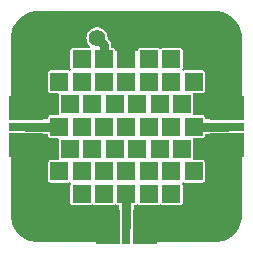
<source format=gbr>
%TF.GenerationSoftware,KiCad,Pcbnew,6.0.9+dfsg-1~bpo11+1*%
%TF.CreationDate,2022-11-07T08:13:31+01:00*%
%TF.ProjectId,012-prototype-board,3031322d-7072-46f7-946f-747970652d62,1*%
%TF.SameCoordinates,Original*%
%TF.FileFunction,Copper,L1,Top*%
%TF.FilePolarity,Positive*%
%FSLAX46Y46*%
G04 Gerber Fmt 4.6, Leading zero omitted, Abs format (unit mm)*
G04 Created by KiCad (PCBNEW 6.0.9+dfsg-1~bpo11+1) date 2022-11-07 08:13:31*
%MOMM*%
%LPD*%
G01*
G04 APERTURE LIST*
%TA.AperFunction,SMDPad,CuDef*%
%ADD10R,1.500000X1.500000*%
%TD*%
%TA.AperFunction,SMDPad,CuDef*%
%ADD11R,3.000000X0.800000*%
%TD*%
%TA.AperFunction,ComponentPad*%
%ADD12C,0.800000*%
%TD*%
%TA.AperFunction,SMDPad,CuDef*%
%ADD13R,3.000000X2.000000*%
%TD*%
%TA.AperFunction,ComponentPad*%
%ADD14C,3.400000*%
%TD*%
%TA.AperFunction,ComponentPad*%
%ADD15C,1.400000*%
%TD*%
%TA.AperFunction,SMDPad,CuDef*%
%ADD16R,0.800000X3.000000*%
%TD*%
%TA.AperFunction,SMDPad,CuDef*%
%ADD17R,2.000000X3.000000*%
%TD*%
%TA.AperFunction,ViaPad*%
%ADD18C,0.800000*%
%TD*%
%TA.AperFunction,Conductor*%
%ADD19C,0.800000*%
%TD*%
G04 APERTURE END LIST*
D10*
%TO.P,REF\u002A\u002A,1*%
%TO.N,N/C*%
X156200000Y-90700000D03*
%TD*%
%TO.P,REF\u002A\u002A,1*%
%TO.N,N/C*%
X156200000Y-88800000D03*
%TD*%
%TO.P,REF\u002A\u002A,1*%
%TO.N,GND*%
X157100000Y-83100000D03*
%TD*%
%TO.P,REF\u002A\u002A,1*%
%TO.N,N/C*%
X159000000Y-83100000D03*
%TD*%
%TO.P,REF\u002A\u002A,1*%
%TO.N,N/C*%
X164700000Y-83100000D03*
%TD*%
%TO.P,REF\u002A\u002A,1*%
%TO.N,N/C*%
X160900000Y-83100000D03*
%TD*%
%TO.P,REF\u002A\u002A,1*%
%TO.N,N/C*%
X161900000Y-79300000D03*
%TD*%
%TO.P,REF\u002A\u002A,1*%
%TO.N,N/C*%
X158100000Y-85000000D03*
%TD*%
%TO.P,REF\u002A\u002A,1*%
%TO.N,N/C*%
X165700000Y-88800000D03*
%TD*%
%TO.P,REF\u002A\u002A,1*%
%TO.N,N/C*%
X163800000Y-79300000D03*
%TD*%
%TO.P,REF\u002A\u002A,1*%
%TO.N,N/C*%
X165700000Y-81200000D03*
%TD*%
%TO.P,REF\u002A\u002A,1*%
%TO.N,N/C*%
X155200000Y-86900000D03*
%TD*%
%TO.P,REF\u002A\u002A,1*%
%TO.N,N/C*%
X159000000Y-86900000D03*
%TD*%
%TO.P,REF\u002A\u002A,1*%
%TO.N,N/C*%
X154300000Y-81200000D03*
%TD*%
%TO.P,REF\u002A\u002A,1*%
%TO.N,N/C*%
X161900000Y-88800000D03*
%TD*%
%TO.P,REF\u002A\u002A,1*%
%TO.N,N/C*%
X163800000Y-85000000D03*
%TD*%
%TO.P,REF\u002A\u002A,1*%
%TO.N,N/C*%
X156200000Y-85000000D03*
%TD*%
%TO.P,REF\u002A\u002A,1*%
%TO.N,N/C*%
X158100000Y-90700000D03*
%TD*%
%TO.P,REF\u002A\u002A,1*%
%TO.N,N/C*%
X158100000Y-88800000D03*
%TD*%
%TO.P,REF\u002A\u002A,1*%
%TO.N,N/C*%
X158100000Y-81200000D03*
%TD*%
%TO.P,REF\u002A\u002A,1*%
%TO.N,N/C*%
X165700000Y-85000000D03*
%TD*%
%TO.P,REF\u002A\u002A,1*%
%TO.N,N/C*%
X158100000Y-79300000D03*
%TD*%
%TO.P,REF\u002A\u002A,1*%
%TO.N,N/C*%
X164700000Y-86900000D03*
%TD*%
%TO.P,REF\u002A\u002A,1*%
%TO.N,N/C*%
X156200000Y-81200000D03*
%TD*%
%TO.P,REF\u002A\u002A,1*%
%TO.N,GND*%
X160000000Y-79300000D03*
%TD*%
D11*
%TO.P,J2,1,Pin_1*%
%TO.N,N/C*%
X168500000Y-85000000D03*
D12*
%TO.P,J2,2,Pin_2*%
%TO.N,GND*%
X168000000Y-83500000D03*
X168000000Y-86500000D03*
X169500000Y-86000000D03*
D13*
X168500000Y-83400000D03*
D12*
X167500000Y-86000000D03*
X169000000Y-86500000D03*
X169000000Y-83500000D03*
X169500000Y-84000000D03*
X168500000Y-84000000D03*
X168500000Y-86000000D03*
D13*
X168500000Y-86600000D03*
D12*
X167500000Y-84000000D03*
%TD*%
D14*
%TO.P,H1,1,1*%
%TO.N,GND*%
X152500000Y-77500000D03*
%TD*%
D10*
%TO.P,REF\u002A\u002A,1*%
%TO.N,N/C*%
X154300000Y-88800000D03*
%TD*%
D14*
%TO.P,H2,1,1*%
%TO.N,GND*%
X152500000Y-92500000D03*
%TD*%
D10*
%TO.P,REF\u002A\u002A,1*%
%TO.N,N/C*%
X161900000Y-85000000D03*
%TD*%
D14*
%TO.P,H4,1,1*%
%TO.N,GND*%
X167500000Y-77500000D03*
%TD*%
D10*
%TO.P,REF\u002A\u002A,1*%
%TO.N,N/C*%
X161900000Y-81200000D03*
%TD*%
%TO.P,REF\u002A\u002A,1*%
%TO.N,N/C*%
X155200000Y-83100000D03*
%TD*%
%TO.P,REF\u002A\u002A,1*%
%TO.N,GND*%
X162800000Y-83100000D03*
%TD*%
%TO.P,REF\u002A\u002A,1*%
%TO.N,N/C*%
X161900000Y-90700000D03*
%TD*%
%TO.P,REF\u002A\u002A,1*%
%TO.N,N/C*%
X160000000Y-85000000D03*
%TD*%
%TO.P,REF\u002A\u002A,1*%
%TO.N,N/C*%
X163800000Y-90700000D03*
%TD*%
D15*
%TO.P,REF\u002A\u002A,1*%
%TO.N,N/C*%
X157500000Y-77500000D03*
%TD*%
D10*
%TO.P,REF\u002A\u002A,1*%
%TO.N,N/C*%
X160000000Y-90700000D03*
%TD*%
D11*
%TO.P,J2,1,Pin_1*%
%TO.N,N/C*%
X151500000Y-85000000D03*
D12*
%TO.P,J2,2,Pin_2*%
%TO.N,GND*%
X151000000Y-83500000D03*
X152000000Y-83500000D03*
X151500000Y-84000000D03*
X151500000Y-86000000D03*
X152000000Y-86500000D03*
X152500000Y-84000000D03*
X152500000Y-86000000D03*
X150500000Y-86000000D03*
D13*
X151500000Y-83400000D03*
X151500000Y-86600000D03*
D12*
X151000000Y-86500000D03*
X150500000Y-84000000D03*
%TD*%
D10*
%TO.P,REF\u002A\u002A,1*%
%TO.N,N/C*%
X160900000Y-86900000D03*
%TD*%
D14*
%TO.P,H3,1,1*%
%TO.N,GND*%
X167500000Y-92500000D03*
%TD*%
D10*
%TO.P,REF\u002A\u002A,1*%
%TO.N,N/C*%
X154300000Y-85000000D03*
%TD*%
%TO.P,REF\u002A\u002A,1*%
%TO.N,N/C*%
X163800000Y-81200000D03*
%TD*%
%TO.P,REF\u002A\u002A,1*%
%TO.N,N/C*%
X160000000Y-81200000D03*
%TD*%
%TO.P,REF\u002A\u002A,1*%
%TO.N,GND*%
X162800000Y-86900000D03*
%TD*%
%TO.P,REF\u002A\u002A,1*%
%TO.N,N/C*%
X163800000Y-88800000D03*
%TD*%
%TO.P,REF\u002A\u002A,1*%
%TO.N,GND*%
X157100000Y-86900000D03*
%TD*%
%TO.P,REF\u002A\u002A,1*%
%TO.N,N/C*%
X160000000Y-88800000D03*
%TD*%
D16*
%TO.P,J1,1,Pin_1*%
%TO.N,N/C*%
X160000000Y-93500000D03*
D12*
%TO.P,J1,2,Pin_2*%
%TO.N,GND*%
X158500000Y-93000000D03*
D17*
X161600000Y-93500000D03*
D12*
X161500000Y-93000000D03*
X161000000Y-92500000D03*
X159000000Y-93500000D03*
X161000000Y-93500000D03*
X161000000Y-94500000D03*
X158500000Y-94000000D03*
X159000000Y-92500000D03*
D17*
X158400000Y-93500000D03*
D12*
X159000000Y-94500000D03*
X161500000Y-94000000D03*
%TD*%
D10*
%TO.P,REF\u002A\u002A,1*%
%TO.N,N/C*%
X156200000Y-79300000D03*
%TD*%
D18*
%TO.N,GND*%
X157100000Y-86900000D03*
X157100000Y-83100000D03*
X162800000Y-83100000D03*
X162800000Y-86900000D03*
X160000000Y-79300000D03*
%TD*%
D19*
%TO.N,*%
X151500000Y-85000000D02*
X154300000Y-85000000D01*
X160000000Y-93500000D02*
X160000000Y-90700000D01*
X158100000Y-78100000D02*
X157500000Y-77500000D01*
X168500000Y-85000000D02*
X165700000Y-85000000D01*
X158100000Y-79300000D02*
X158100000Y-78100000D01*
%TD*%
%TA.AperFunction,Conductor*%
%TO.N,GND*%
G36*
X153308691Y-85619407D02*
G01*
X153344655Y-85668907D01*
X153349500Y-85699500D01*
X153349500Y-85769748D01*
X153361133Y-85828231D01*
X153405448Y-85894552D01*
X153471769Y-85938867D01*
X153481332Y-85940769D01*
X153481334Y-85940770D01*
X153504005Y-85945279D01*
X153530252Y-85950500D01*
X154165259Y-85950500D01*
X154223450Y-85969407D01*
X154259414Y-86018907D01*
X154259414Y-86071427D01*
X154261133Y-86071769D01*
X154249500Y-86130252D01*
X154249500Y-87669748D01*
X154250448Y-87674512D01*
X154261133Y-87728231D01*
X154258001Y-87728854D01*
X154261524Y-87773611D01*
X154229554Y-87825780D01*
X154173026Y-87849195D01*
X154165259Y-87849500D01*
X153530252Y-87849500D01*
X153504005Y-87854721D01*
X153481334Y-87859230D01*
X153481332Y-87859231D01*
X153471769Y-87861133D01*
X153405448Y-87905448D01*
X153361133Y-87971769D01*
X153349500Y-88030252D01*
X153349500Y-89569748D01*
X153361133Y-89628231D01*
X153405448Y-89694552D01*
X153471769Y-89738867D01*
X153481332Y-89740769D01*
X153481334Y-89740770D01*
X153504005Y-89745279D01*
X153530252Y-89750500D01*
X155069748Y-89750500D01*
X155095995Y-89745279D01*
X155118666Y-89740770D01*
X155118668Y-89740769D01*
X155128231Y-89738867D01*
X155136340Y-89733448D01*
X155137809Y-89732840D01*
X155198806Y-89728039D01*
X155250975Y-89760008D01*
X155274391Y-89816535D01*
X155267160Y-89862191D01*
X155266552Y-89863659D01*
X155261133Y-89871769D01*
X155249500Y-89930252D01*
X155249500Y-91469748D01*
X155261133Y-91528231D01*
X155266551Y-91536339D01*
X155293707Y-91576981D01*
X155300000Y-91589956D01*
X155300000Y-91600000D01*
X155308244Y-91600000D01*
X155318394Y-91607375D01*
X155333468Y-91613275D01*
X155360730Y-91631491D01*
X155371769Y-91638867D01*
X155381332Y-91640769D01*
X155381334Y-91640770D01*
X155404005Y-91645279D01*
X155430252Y-91650500D01*
X156969748Y-91650500D01*
X156995995Y-91645279D01*
X157018666Y-91640770D01*
X157018668Y-91640769D01*
X157028231Y-91638867D01*
X157061429Y-91616685D01*
X157116430Y-91600000D01*
X157183570Y-91600000D01*
X157238571Y-91616685D01*
X157271769Y-91638867D01*
X157281332Y-91640769D01*
X157281334Y-91640770D01*
X157304005Y-91645279D01*
X157330252Y-91650500D01*
X158869748Y-91650500D01*
X158895995Y-91645279D01*
X158918666Y-91640770D01*
X158918668Y-91640769D01*
X158928231Y-91638867D01*
X158961429Y-91616685D01*
X159016430Y-91600000D01*
X159083570Y-91600000D01*
X159138571Y-91616685D01*
X159171769Y-91638867D01*
X159181332Y-91640769D01*
X159181334Y-91640770D01*
X159204005Y-91645279D01*
X159230252Y-91650500D01*
X159300500Y-91650500D01*
X159358691Y-91669407D01*
X159394655Y-91718907D01*
X159399500Y-91749500D01*
X159399500Y-94700500D01*
X159380593Y-94758691D01*
X159331093Y-94794655D01*
X159300500Y-94799500D01*
X152534017Y-94799500D01*
X152511831Y-94796982D01*
X152511801Y-94796975D01*
X152500359Y-94794344D01*
X152489483Y-94796805D01*
X152478336Y-94796786D01*
X152478336Y-94796757D01*
X152468228Y-94797578D01*
X152338014Y-94789702D01*
X152228796Y-94783095D01*
X152216944Y-94781656D01*
X151955578Y-94733759D01*
X151943985Y-94730902D01*
X151690305Y-94651852D01*
X151679127Y-94647613D01*
X151436830Y-94538564D01*
X151426244Y-94533008D01*
X151198858Y-94395548D01*
X151189020Y-94388757D01*
X150979868Y-94224897D01*
X150970919Y-94216970D01*
X150783030Y-94029081D01*
X150775103Y-94020132D01*
X150611243Y-93810980D01*
X150604452Y-93801142D01*
X150466992Y-93573756D01*
X150461436Y-93563170D01*
X150352387Y-93320873D01*
X150348148Y-93309695D01*
X150269100Y-93056023D01*
X150266239Y-93044415D01*
X150218344Y-92783056D01*
X150216904Y-92771197D01*
X150202469Y-92532548D01*
X150204207Y-92511810D01*
X150203747Y-92511757D01*
X150204389Y-92506179D01*
X150205655Y-92500718D01*
X150205656Y-92500000D01*
X150204412Y-92494545D01*
X150202980Y-92488266D01*
X150200500Y-92466248D01*
X150200500Y-85699500D01*
X150219407Y-85641309D01*
X150268907Y-85605345D01*
X150299500Y-85600500D01*
X153250500Y-85600500D01*
X153308691Y-85619407D01*
G37*
%TD.AperFunction*%
%TA.AperFunction,Conductor*%
G36*
X169758691Y-85619407D02*
G01*
X169794655Y-85668907D01*
X169799500Y-85699500D01*
X169799500Y-92465983D01*
X169796982Y-92488169D01*
X169794344Y-92499641D01*
X169796805Y-92510517D01*
X169796786Y-92521664D01*
X169796757Y-92521664D01*
X169797578Y-92531772D01*
X169783096Y-92771197D01*
X169781656Y-92783056D01*
X169733761Y-93044415D01*
X169730900Y-93056023D01*
X169651852Y-93309695D01*
X169647613Y-93320873D01*
X169538564Y-93563170D01*
X169533008Y-93573756D01*
X169395548Y-93801142D01*
X169388757Y-93810980D01*
X169224897Y-94020132D01*
X169216970Y-94029081D01*
X169029081Y-94216970D01*
X169020132Y-94224897D01*
X168810980Y-94388757D01*
X168801142Y-94395548D01*
X168573756Y-94533008D01*
X168563170Y-94538564D01*
X168320873Y-94647613D01*
X168309695Y-94651852D01*
X168056015Y-94730902D01*
X168044422Y-94733759D01*
X167783056Y-94781656D01*
X167771204Y-94783095D01*
X167532288Y-94797547D01*
X167522372Y-94796724D01*
X167522372Y-94796862D01*
X167511224Y-94796842D01*
X167500359Y-94794344D01*
X167488359Y-94797059D01*
X167466512Y-94799500D01*
X160699500Y-94799500D01*
X160641309Y-94780593D01*
X160605345Y-94731093D01*
X160600500Y-94700500D01*
X160600500Y-91749500D01*
X160619407Y-91691309D01*
X160668907Y-91655345D01*
X160699500Y-91650500D01*
X160769748Y-91650500D01*
X160795995Y-91645279D01*
X160818666Y-91640770D01*
X160818668Y-91640769D01*
X160828231Y-91638867D01*
X160861429Y-91616685D01*
X160916430Y-91600000D01*
X160983570Y-91600000D01*
X161038571Y-91616685D01*
X161071769Y-91638867D01*
X161081332Y-91640769D01*
X161081334Y-91640770D01*
X161104005Y-91645279D01*
X161130252Y-91650500D01*
X162669748Y-91650500D01*
X162695995Y-91645279D01*
X162718666Y-91640770D01*
X162718668Y-91640769D01*
X162728231Y-91638867D01*
X162761429Y-91616685D01*
X162816430Y-91600000D01*
X162883570Y-91600000D01*
X162938571Y-91616685D01*
X162971769Y-91638867D01*
X162981332Y-91640769D01*
X162981334Y-91640770D01*
X163004005Y-91645279D01*
X163030252Y-91650500D01*
X164569748Y-91650500D01*
X164595995Y-91645279D01*
X164618666Y-91640770D01*
X164618668Y-91640769D01*
X164628231Y-91638867D01*
X164676981Y-91606293D01*
X164689956Y-91600000D01*
X164700000Y-91600000D01*
X164700000Y-91591756D01*
X164707375Y-91581606D01*
X164713275Y-91566532D01*
X164733448Y-91536341D01*
X164733449Y-91536339D01*
X164738867Y-91528231D01*
X164750500Y-91469748D01*
X164750500Y-89930252D01*
X164738867Y-89871769D01*
X164733448Y-89863659D01*
X164732840Y-89862191D01*
X164728039Y-89801194D01*
X164760008Y-89749025D01*
X164816535Y-89725609D01*
X164862191Y-89732840D01*
X164863660Y-89733448D01*
X164871769Y-89738867D01*
X164881332Y-89740769D01*
X164881334Y-89740770D01*
X164904005Y-89745279D01*
X164930252Y-89750500D01*
X166469748Y-89750500D01*
X166495995Y-89745279D01*
X166518666Y-89740770D01*
X166518668Y-89740769D01*
X166528231Y-89738867D01*
X166594552Y-89694552D01*
X166638867Y-89628231D01*
X166650500Y-89569748D01*
X166650500Y-88030252D01*
X166638867Y-87971769D01*
X166594552Y-87905448D01*
X166528231Y-87861133D01*
X166518668Y-87859231D01*
X166518666Y-87859230D01*
X166495995Y-87854721D01*
X166469748Y-87849500D01*
X165734741Y-87849500D01*
X165676550Y-87830593D01*
X165640586Y-87781093D01*
X165640586Y-87728573D01*
X165638867Y-87728231D01*
X165649552Y-87674512D01*
X165650500Y-87669748D01*
X165650500Y-86130252D01*
X165638867Y-86071769D01*
X165641999Y-86071146D01*
X165638476Y-86026389D01*
X165670446Y-85974220D01*
X165726974Y-85950805D01*
X165734741Y-85950500D01*
X166469748Y-85950500D01*
X166495995Y-85945279D01*
X166518666Y-85940770D01*
X166518668Y-85940769D01*
X166528231Y-85938867D01*
X166594552Y-85894552D01*
X166638867Y-85828231D01*
X166650500Y-85769748D01*
X166650500Y-85699500D01*
X166669407Y-85641309D01*
X166718907Y-85605345D01*
X166749500Y-85600500D01*
X169700500Y-85600500D01*
X169758691Y-85619407D01*
G37*
%TD.AperFunction*%
%TA.AperFunction,Conductor*%
G36*
X167488169Y-75203018D02*
G01*
X167499641Y-75205656D01*
X167510517Y-75203195D01*
X167521664Y-75203214D01*
X167521664Y-75203243D01*
X167531772Y-75202422D01*
X167661986Y-75210298D01*
X167771204Y-75216905D01*
X167783056Y-75218344D01*
X168044422Y-75266241D01*
X168056015Y-75269098D01*
X168262244Y-75333361D01*
X168309695Y-75348148D01*
X168320873Y-75352387D01*
X168563170Y-75461436D01*
X168573756Y-75466992D01*
X168801142Y-75604452D01*
X168810980Y-75611243D01*
X169020132Y-75775103D01*
X169029081Y-75783030D01*
X169216970Y-75970919D01*
X169224897Y-75979868D01*
X169388757Y-76189020D01*
X169395548Y-76198858D01*
X169533008Y-76426244D01*
X169538564Y-76436830D01*
X169647613Y-76679127D01*
X169651852Y-76690305D01*
X169730900Y-76943977D01*
X169733759Y-76955578D01*
X169781655Y-77216936D01*
X169783095Y-77228796D01*
X169788113Y-77311744D01*
X169797547Y-77467712D01*
X169796724Y-77477628D01*
X169796862Y-77477628D01*
X169796842Y-77488776D01*
X169794344Y-77499641D01*
X169796804Y-77510513D01*
X169797059Y-77511638D01*
X169799500Y-77533488D01*
X169799500Y-84300500D01*
X169780593Y-84358691D01*
X169731093Y-84394655D01*
X169700500Y-84399500D01*
X166749500Y-84399500D01*
X166691309Y-84380593D01*
X166655345Y-84331093D01*
X166650500Y-84300500D01*
X166650500Y-84230252D01*
X166638867Y-84171769D01*
X166594552Y-84105448D01*
X166528231Y-84061133D01*
X166518668Y-84059231D01*
X166518666Y-84059230D01*
X166495995Y-84054721D01*
X166469748Y-84049500D01*
X165734741Y-84049500D01*
X165676550Y-84030593D01*
X165640586Y-83981093D01*
X165640586Y-83928573D01*
X165638867Y-83928231D01*
X165649552Y-83874512D01*
X165650500Y-83869748D01*
X165650500Y-82330252D01*
X165638867Y-82271769D01*
X165641999Y-82271146D01*
X165638476Y-82226389D01*
X165670446Y-82174220D01*
X165726974Y-82150805D01*
X165734741Y-82150500D01*
X166469748Y-82150500D01*
X166495995Y-82145279D01*
X166518666Y-82140770D01*
X166518668Y-82140769D01*
X166528231Y-82138867D01*
X166594552Y-82094552D01*
X166638867Y-82028231D01*
X166650500Y-81969748D01*
X166650500Y-80430252D01*
X166638867Y-80371769D01*
X166594552Y-80305448D01*
X166528231Y-80261133D01*
X166518668Y-80259231D01*
X166518666Y-80259230D01*
X166495995Y-80254721D01*
X166469748Y-80249500D01*
X164930252Y-80249500D01*
X164904005Y-80254721D01*
X164881334Y-80259230D01*
X164881332Y-80259231D01*
X164871769Y-80261133D01*
X164863660Y-80266552D01*
X164862191Y-80267160D01*
X164801194Y-80271961D01*
X164749025Y-80239992D01*
X164725609Y-80183465D01*
X164732840Y-80137809D01*
X164733448Y-80136341D01*
X164738867Y-80128231D01*
X164750500Y-80069748D01*
X164750500Y-78530252D01*
X164738867Y-78471769D01*
X164694552Y-78405448D01*
X164628231Y-78361133D01*
X164618668Y-78359231D01*
X164618666Y-78359230D01*
X164595995Y-78354721D01*
X164569748Y-78349500D01*
X163030252Y-78349500D01*
X163004005Y-78354721D01*
X162981334Y-78359230D01*
X162981332Y-78359231D01*
X162971769Y-78361133D01*
X162905448Y-78405448D01*
X162903230Y-78402129D01*
X162865487Y-78421360D01*
X162805055Y-78411789D01*
X162795132Y-78404580D01*
X162794552Y-78405448D01*
X162728231Y-78361133D01*
X162718668Y-78359231D01*
X162718666Y-78359230D01*
X162695995Y-78354721D01*
X162669748Y-78349500D01*
X161130252Y-78349500D01*
X161104005Y-78354721D01*
X161081334Y-78359230D01*
X161081332Y-78359231D01*
X161071769Y-78361133D01*
X161005448Y-78405448D01*
X160961133Y-78471769D01*
X160951477Y-78520314D01*
X160921581Y-78573698D01*
X160866016Y-78599314D01*
X160854379Y-78600000D01*
X159145621Y-78600000D01*
X159087430Y-78581093D01*
X159051466Y-78531593D01*
X159048523Y-78520314D01*
X159038867Y-78471769D01*
X158994552Y-78405448D01*
X158928231Y-78361133D01*
X158918668Y-78359231D01*
X158918666Y-78359230D01*
X158895995Y-78354721D01*
X158869748Y-78349500D01*
X158799500Y-78349500D01*
X158741309Y-78330593D01*
X158705345Y-78281093D01*
X158700500Y-78250500D01*
X158700500Y-78145849D01*
X158701347Y-78132927D01*
X158704835Y-78106433D01*
X158705682Y-78100000D01*
X158685044Y-77943238D01*
X158624536Y-77797159D01*
X158528282Y-77671718D01*
X158501936Y-77651502D01*
X158492199Y-77642964D01*
X158433502Y-77584267D01*
X158405725Y-77529750D01*
X158405218Y-77510347D01*
X158404918Y-77510347D01*
X158404918Y-77505157D01*
X158405460Y-77500000D01*
X158385674Y-77311744D01*
X158384073Y-77306817D01*
X158384072Y-77306812D01*
X158328781Y-77136646D01*
X158328780Y-77136645D01*
X158327179Y-77131716D01*
X158232533Y-76967784D01*
X158169821Y-76898135D01*
X158109341Y-76830965D01*
X158109337Y-76830962D01*
X158105871Y-76827112D01*
X157952730Y-76715849D01*
X157947998Y-76713742D01*
X157947996Y-76713741D01*
X157784540Y-76640965D01*
X157784539Y-76640965D01*
X157779803Y-76638856D01*
X157774733Y-76637778D01*
X157774732Y-76637778D01*
X157737390Y-76629841D01*
X157594646Y-76599500D01*
X157405354Y-76599500D01*
X157262610Y-76629841D01*
X157225268Y-76637778D01*
X157225267Y-76637778D01*
X157220197Y-76638856D01*
X157215461Y-76640965D01*
X157215460Y-76640965D01*
X157052004Y-76713741D01*
X157052002Y-76713742D01*
X157047270Y-76715849D01*
X156894129Y-76827112D01*
X156890663Y-76830962D01*
X156890659Y-76830965D01*
X156830179Y-76898135D01*
X156767467Y-76967784D01*
X156672821Y-77131716D01*
X156671220Y-77136645D01*
X156671219Y-77136646D01*
X156615928Y-77306812D01*
X156615927Y-77306817D01*
X156614326Y-77311744D01*
X156594540Y-77500000D01*
X156614326Y-77688256D01*
X156615927Y-77693183D01*
X156615928Y-77693188D01*
X156648038Y-77792010D01*
X156672821Y-77868284D01*
X156675412Y-77872772D01*
X156675413Y-77872774D01*
X156719811Y-77949674D01*
X156767467Y-78032216D01*
X156770939Y-78036072D01*
X156890658Y-78169034D01*
X156890662Y-78169038D01*
X156894129Y-78172888D01*
X156898323Y-78175935D01*
X156899428Y-78176930D01*
X156930020Y-78229918D01*
X156923623Y-78290769D01*
X156882682Y-78336237D01*
X156833183Y-78349500D01*
X155430252Y-78349500D01*
X155404005Y-78354721D01*
X155381334Y-78359230D01*
X155381332Y-78359231D01*
X155371769Y-78361133D01*
X155305448Y-78405448D01*
X155261133Y-78471769D01*
X155249500Y-78530252D01*
X155249500Y-80069748D01*
X155261133Y-80128231D01*
X155266552Y-80136341D01*
X155267160Y-80137809D01*
X155271961Y-80198806D01*
X155239992Y-80250975D01*
X155183465Y-80274391D01*
X155137809Y-80267160D01*
X155136340Y-80266552D01*
X155128231Y-80261133D01*
X155118668Y-80259231D01*
X155118666Y-80259230D01*
X155095995Y-80254721D01*
X155069748Y-80249500D01*
X153530252Y-80249500D01*
X153504005Y-80254721D01*
X153481334Y-80259230D01*
X153481332Y-80259231D01*
X153471769Y-80261133D01*
X153405448Y-80305448D01*
X153361133Y-80371769D01*
X153349500Y-80430252D01*
X153349500Y-81969748D01*
X153361133Y-82028231D01*
X153405448Y-82094552D01*
X153471769Y-82138867D01*
X153481332Y-82140769D01*
X153481334Y-82140770D01*
X153504005Y-82145279D01*
X153530252Y-82150500D01*
X154165259Y-82150500D01*
X154223450Y-82169407D01*
X154259414Y-82218907D01*
X154259414Y-82271427D01*
X154261133Y-82271769D01*
X154249500Y-82330252D01*
X154249500Y-83869748D01*
X154250448Y-83874512D01*
X154261133Y-83928231D01*
X154258001Y-83928854D01*
X154261524Y-83973611D01*
X154229554Y-84025780D01*
X154173026Y-84049195D01*
X154165259Y-84049500D01*
X153530252Y-84049500D01*
X153504005Y-84054721D01*
X153481334Y-84059230D01*
X153481332Y-84059231D01*
X153471769Y-84061133D01*
X153405448Y-84105448D01*
X153361133Y-84171769D01*
X153349500Y-84230252D01*
X153349500Y-84300500D01*
X153330593Y-84358691D01*
X153281093Y-84394655D01*
X153250500Y-84399500D01*
X150299500Y-84399500D01*
X150241309Y-84380593D01*
X150205345Y-84331093D01*
X150200500Y-84300500D01*
X150200500Y-77534281D01*
X150203057Y-77511926D01*
X150203141Y-77511565D01*
X150205655Y-77500718D01*
X150205656Y-77500000D01*
X150204413Y-77494549D01*
X150203791Y-77488995D01*
X150204159Y-77488954D01*
X150202438Y-77467973D01*
X150209909Y-77344459D01*
X150216905Y-77228797D01*
X150218345Y-77216936D01*
X150266241Y-76955578D01*
X150269100Y-76943977D01*
X150348148Y-76690305D01*
X150352387Y-76679127D01*
X150461436Y-76436830D01*
X150466992Y-76426244D01*
X150604452Y-76198858D01*
X150611243Y-76189020D01*
X150775103Y-75979868D01*
X150783030Y-75970919D01*
X150970919Y-75783030D01*
X150979868Y-75775103D01*
X151189020Y-75611243D01*
X151198858Y-75604452D01*
X151426244Y-75466992D01*
X151436830Y-75461436D01*
X151679127Y-75352387D01*
X151690305Y-75348148D01*
X151737756Y-75333361D01*
X151943985Y-75269098D01*
X151955578Y-75266241D01*
X152216944Y-75218344D01*
X152228796Y-75216905D01*
X152467712Y-75202453D01*
X152477628Y-75203276D01*
X152477628Y-75203138D01*
X152488776Y-75203158D01*
X152499641Y-75205656D01*
X152511641Y-75202941D01*
X152533488Y-75200500D01*
X167465983Y-75200500D01*
X167488169Y-75203018D01*
G37*
%TD.AperFunction*%
%TD*%
M02*

</source>
